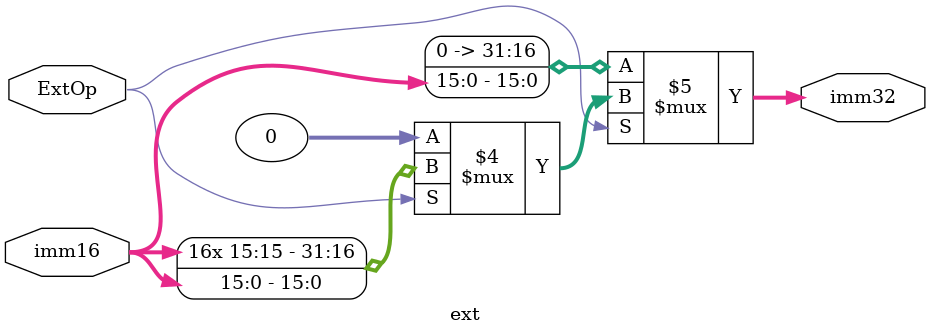
<source format=v>
`define ext_zero    1'b0
`define ext_sign    1'b1

module ext(ExtOp, imm16, imm32);
    input   [15:0] imm16;
    input   ExtOp;
    output  [31:0] imm32;

    assign imm32 = (ExtOp == `ext_zero) ? {16'd0, imm16} :
                   (ExtOp == `ext_sign) ? {{16{imm16[15]}}, imm16} : 31'd0;
                   
endmodule // ext

</source>
